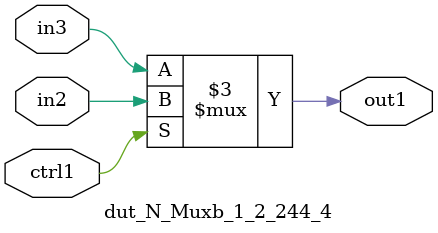
<source format=v>

`timescale 1ps / 1ps


module dut_N_Muxb_1_2_244_4( in3, in2, ctrl1, out1 );

    input in3;
    input in2;
    input ctrl1;
    output out1;
    reg out1;

    
    // rtl_process:dut_N_Muxb_1_2_244_4/dut_N_Muxb_1_2_244_4_thread_1
    always @*
      begin : dut_N_Muxb_1_2_244_4_thread_1
        case (ctrl1) 
          1'b1: 
            begin
              out1 = in2;
            end
          default: 
            begin
              out1 = in3;
            end
        endcase
      end

endmodule



</source>
